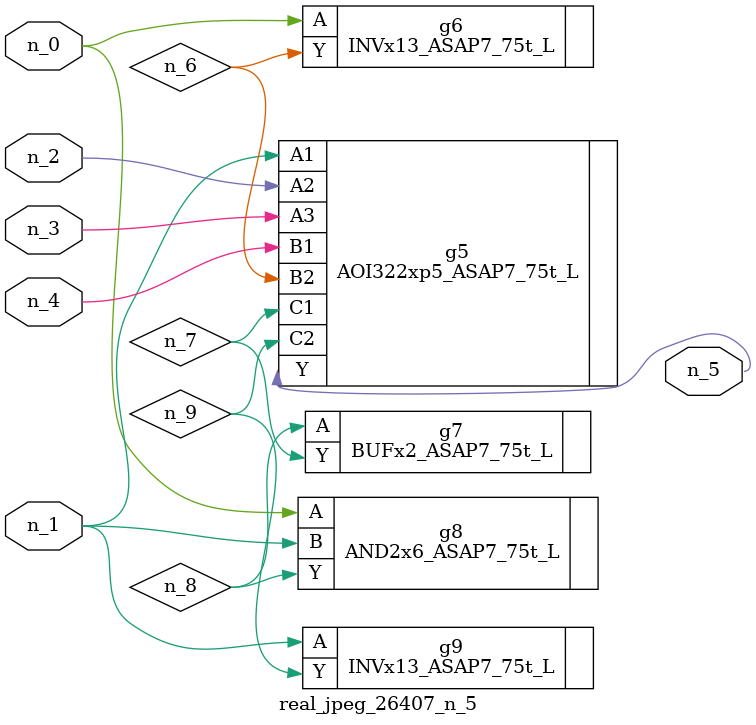
<source format=v>
module real_jpeg_26407_n_5 (n_4, n_0, n_1, n_2, n_3, n_5);

input n_4;
input n_0;
input n_1;
input n_2;
input n_3;

output n_5;

wire n_8;
wire n_6;
wire n_7;
wire n_9;

INVx13_ASAP7_75t_L g6 ( 
.A(n_0),
.Y(n_6)
);

AND2x6_ASAP7_75t_L g8 ( 
.A(n_0),
.B(n_1),
.Y(n_8)
);

AOI322xp5_ASAP7_75t_L g5 ( 
.A1(n_1),
.A2(n_2),
.A3(n_3),
.B1(n_4),
.B2(n_6),
.C1(n_7),
.C2(n_9),
.Y(n_5)
);

INVx13_ASAP7_75t_L g9 ( 
.A(n_1),
.Y(n_9)
);

BUFx2_ASAP7_75t_L g7 ( 
.A(n_8),
.Y(n_7)
);


endmodule
</source>
